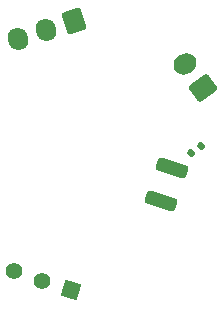
<source format=gbr>
%TF.GenerationSoftware,KiCad,Pcbnew,(6.0.8-1)-1*%
%TF.CreationDate,2022-11-16T20:22:44-05:00*%
%TF.ProjectId,Untitled,556e7469-746c-4656-942e-6b696361645f,rev?*%
%TF.SameCoordinates,Original*%
%TF.FileFunction,Soldermask,Bot*%
%TF.FilePolarity,Negative*%
%FSLAX46Y46*%
G04 Gerber Fmt 4.6, Leading zero omitted, Abs format (unit mm)*
G04 Created by KiCad (PCBNEW (6.0.8-1)-1) date 2022-11-16 20:22:44*
%MOMM*%
%LPD*%
G01*
G04 APERTURE LIST*
G04 Aperture macros list*
%AMRoundRect*
0 Rectangle with rounded corners*
0 $1 Rounding radius*
0 $2 $3 $4 $5 $6 $7 $8 $9 X,Y pos of 4 corners*
0 Add a 4 corners polygon primitive as box body*
4,1,4,$2,$3,$4,$5,$6,$7,$8,$9,$2,$3,0*
0 Add four circle primitives for the rounded corners*
1,1,$1+$1,$2,$3*
1,1,$1+$1,$4,$5*
1,1,$1+$1,$6,$7*
1,1,$1+$1,$8,$9*
0 Add four rect primitives between the rounded corners*
20,1,$1+$1,$2,$3,$4,$5,0*
20,1,$1+$1,$4,$5,$6,$7,0*
20,1,$1+$1,$6,$7,$8,$9,0*
20,1,$1+$1,$8,$9,$2,$3,0*%
%AMHorizOval*
0 Thick line with rounded ends*
0 $1 width*
0 $2 $3 position (X,Y) of the first rounded end (center of the circle)*
0 $4 $5 position (X,Y) of the second rounded end (center of the circle)*
0 Add line between two ends*
20,1,$1,$2,$3,$4,$5,0*
0 Add two circle primitives to create the rounded ends*
1,1,$1,$2,$3*
1,1,$1,$4,$5*%
%AMRotRect*
0 Rectangle, with rotation*
0 The origin of the aperture is its center*
0 $1 length*
0 $2 width*
0 $3 Rotation angle, in degrees counterclockwise*
0 Add horizontal line*
21,1,$1,$2,0,0,$3*%
G04 Aperture macros list end*
%ADD10RoundRect,0.250000X0.346597X0.874926X-0.794671X0.504106X-0.346597X-0.874926X0.794671X-0.504106X0*%
%ADD11HorizOval,1.700000X-0.038627X0.118882X0.038627X-0.118882X0*%
%ADD12RotRect,1.397000X1.397000X162.000000*%
%ADD13C,1.397000*%
%ADD14RoundRect,0.135000X-0.000477X-0.229019X0.217958X-0.070317X0.000477X0.229019X-0.217958X0.070317X0*%
%ADD15RoundRect,0.250000X0.945732X-0.649012X1.146593X-0.030825X-0.945732X0.649012X-1.146593X0.030825X0*%
%ADD16RoundRect,0.250000X0.959434X-0.044571X0.254092X0.926249X-0.959434X0.044571X-0.254092X-0.926249X0*%
%ADD17HorizOval,1.700000X0.121353X0.088168X-0.121353X-0.088168X0*%
G04 APERTURE END LIST*
D10*
%TO.C,REF\u002A\u002A*%
X102300000Y-46928153D03*
D11*
X99922359Y-47700695D03*
X97544717Y-48473238D03*
%TD*%
D12*
%TO.C,REF\u002A\u002A*%
X102005167Y-69727811D03*
D13*
X99589483Y-68942908D03*
X97173800Y-68158005D03*
%TD*%
D14*
%TO.C,REF\u002A\u002A*%
X113012599Y-57500230D03*
X112187401Y-58099770D03*
%TD*%
D15*
%TO.C,REF\u002A\u002A*%
X109644200Y-62202808D03*
X110555800Y-59397192D03*
%TD*%
D16*
%TO.C,REF\u002A\u002A*%
X113200000Y-52600000D03*
D17*
X111730537Y-50577458D03*
%TD*%
M02*

</source>
